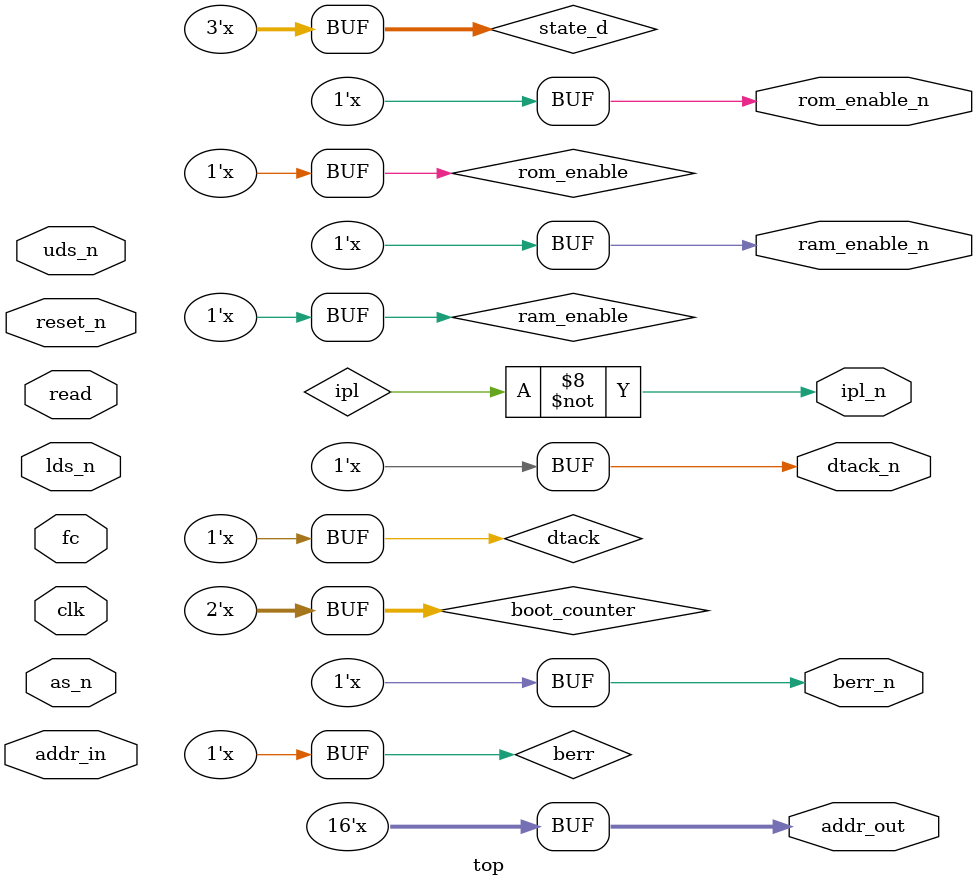
<source format=v>
/*
 Address decoding considers only the topmost 12 bits of the address, with
 the remainder passing directly to connected devices.

 The address decoding circuit is attached to a high-speed RAM that
 acts as the page table.

 Addresses are decoded differently depending on whether the fc outputs
 indicate supervisor or user mode.

 In supervisor mode, the address space is hard-coded as follows:
   kernel RAM 2MB
   kernel ROM 2MB
   IO ports 512k
   MMU registers 512k
   page table RAM 1MB
   video/audio controller RAM 8MB
   mapped pages from the physical address space 2MB

 The physical address space mapped pages are controlled by the supervisor
 memory access registers, providing two 1MB "windows" into the physical
 address space that can be used by kernel code to access memory from
 user applications.

 In user mode, the page table RAM is used in conjunction with the page
 configuration register.
   - page table RAM is arranged into tables of 4096 16-bit integers each.

   - the address lines for the page table RAM are asserted with the
     four high-order bits from the page configuration register and the
     remaining 12 low-order bits from the top half of the address bus.

   - the 16-bit output from the RAM becomes the highest-order bits of
     a 28-bit address in the physical address space.

 Physical address space is a 28-bit (256MB) space that the page table can
 select into, allowing user processes access to portions of the user RAM,
 the ROM and the video/audio controller RAM, with the latter allowing the
 kernel to allow applications to write directly to bitmaps in video RAM.
*/
module top(
   clk,
   reset_n,
   addr_in,
   addr_out,
   fc,
   as_n,
   uds_n,
   lds_n,
   read,
   dtack_n,
   berr_n,
   ipl_n,
   rom_enable_n,
   ram_enable_n
);
   input          clk;
   input          reset_n;
   input [23:12]  addr_in;
   output [27:12] addr_out;

   input [2:0]    fc;
   input          as_n;
   input          uds_n;
   input          lds_n;
   input          read;
   output         dtack_n;
   output         berr_n;
   output         ipl_n;

   output         rom_enable_n;
   output         ram_enable_n;

   wire           reset = ~reset_n;
   wire           as = ~as_n;
   wire           uds = ~uds_n;
   wire           lds = ~lds_n;
   wire           write = ~read;
   wire           dtack;
   wire           dtack_n = ~dtack;
   wire           berr;
   wire           berr_n = ~berr;
   wire           ipl;
   wire           ipl_n = ~ipl;
   wire           rom_enable;
   wire           rom_enable_n = ~rom_enable;
   wire           ram_enable;
   wire           ram_enable_n = ~ram_enable;

   // Asserted when the CPU is running in user mode rather than
   // supervisor mode.
   wire           user = (fc == 3'b001 || fc == 3'b010);

   reg [3:0]      page_config_select;
   reg [7:0]      supervisor_map_1;
   reg [7:0]      supervisor_map_2;

   localparam     IDLE = 0,
                  DECODE = 1,
                  READ = 2,
                  WRITE = 3,
                  BUS_ERROR = 4;

   reg [2:0]      state_d, state_q;
   reg [1:0]      boot_counter;

   always @(clk) begin
      if (reset) begin
         state_q <= IDLE;
         boot_counter <= 2'b11;
      end else begin
         state_q <= state_d;
      end

      case (state_q)
        IDLE: begin
           dtack = 0;
           berr = 0;
           rom_enable = 0;
           ram_enable = 0;
           if (as) begin
              state_d = DECODE;
           end
        end

        DECODE: begin
           if (boot_counter != 0) begin
              addr_out = 0;
              rom_enable = 1;
           end

           if (read) begin
              state_d = READ;
           end else begin
              state_d = WRITE;
           end
        end

        READ: begin
           if (boot_counter > 0) begin
              boot_counter = boot_counter - 1;
           end

           dtack = 1;

           state_d = IDLE;
        end

        WRITE: begin
           if (boot_counter > 0) begin
              boot_counter = boot_counter - 1;
           end

           if (rom_enable) begin
              berr = 1;
           end else begin
              dtack = 1;
           end

           state_d = IDLE;
        end
      endcase
   end

endmodule

</source>
